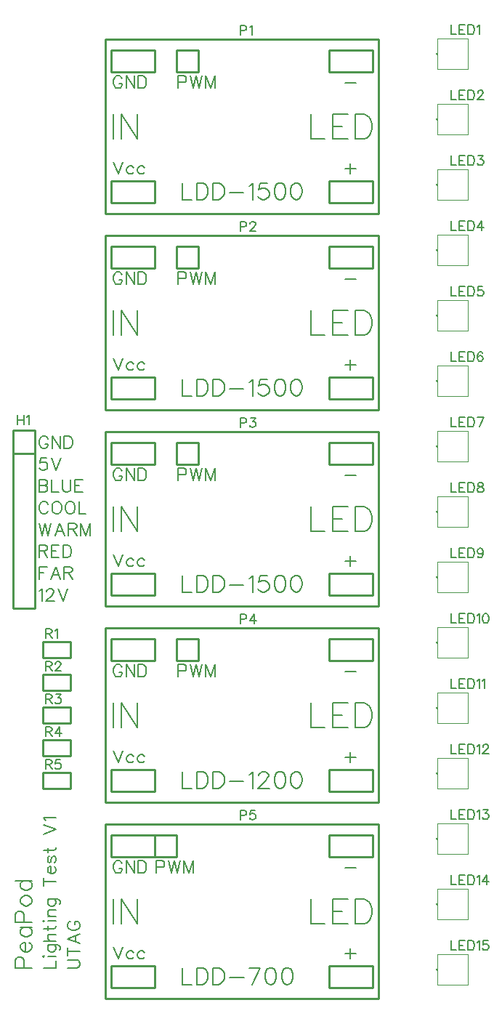
<source format=gto>
G04 Layer: TopSilkLayer*
G04 EasyEDA v6.4.17, 2021-03-30T20:59:40--4:00*
G04 9c89494b3ddf4ec7811cb6ad7e81a00b,7d3a50bdc1ce4050a4f63d2f8b141863,10*
G04 Gerber Generator version 0.2*
G04 Scale: 100 percent, Rotated: No, Reflected: No *
G04 Dimensions in inches *
G04 leading zeros omitted , absolute positions ,3 integer and 6 decimal *
%FSLAX36Y36*%
%MOIN*%

%ADD10C,0.0100*%
%ADD17C,0.0039*%
%ADD18C,0.0080*%
%ADD19C,0.0060*%

%LPD*%
D18*
X-197300Y1880500D02*
G01*
X-224499Y1880500D01*
X-227300Y1855999D01*
X-224499Y1858699D01*
X-216399Y1861500D01*
X-208200Y1861500D01*
X-200000Y1858699D01*
X-194499Y1853299D01*
X-191799Y1845100D01*
X-191799Y1839600D01*
X-194499Y1831500D01*
X-200000Y1825999D01*
X-208200Y1823299D01*
X-216399Y1823299D01*
X-224499Y1825999D01*
X-227300Y1828699D01*
X-230000Y1834200D01*
X-173800Y1880500D02*
G01*
X-151999Y1823299D01*
X-130199Y1880500D02*
G01*
X-151999Y1823299D01*
X-230000Y1269600D02*
G01*
X-224499Y1272399D01*
X-216399Y1280500D01*
X-216399Y1223299D01*
X-195599Y1266900D02*
G01*
X-195599Y1269600D01*
X-192899Y1275100D01*
X-190199Y1277800D01*
X-184699Y1280500D01*
X-173800Y1280500D01*
X-168400Y1277800D01*
X-165599Y1275100D01*
X-162899Y1269600D01*
X-162899Y1264200D01*
X-165599Y1258699D01*
X-171100Y1250500D01*
X-198400Y1223299D01*
X-160199Y1223299D01*
X-142199Y1280500D02*
G01*
X-120399Y1223299D01*
X-98499Y1280500D02*
G01*
X-120399Y1223299D01*
X-230000Y1580500D02*
G01*
X-216399Y1523299D01*
X-202699Y1580500D02*
G01*
X-216399Y1523299D01*
X-202699Y1580500D02*
G01*
X-189099Y1523299D01*
X-175500Y1580500D02*
G01*
X-189099Y1523299D01*
X-135599Y1580500D02*
G01*
X-157500Y1523299D01*
X-135599Y1580500D02*
G01*
X-113800Y1523299D01*
X-149299Y1542399D02*
G01*
X-121999Y1542399D01*
X-95799Y1580500D02*
G01*
X-95799Y1523299D01*
X-95799Y1580500D02*
G01*
X-71300Y1580500D01*
X-63099Y1577800D01*
X-60399Y1575100D01*
X-57600Y1569600D01*
X-57600Y1564200D01*
X-60399Y1558699D01*
X-63099Y1555999D01*
X-71300Y1553299D01*
X-95799Y1553299D01*
X-76700Y1553299D02*
G01*
X-57600Y1523299D01*
X-39600Y1580500D02*
G01*
X-39600Y1523299D01*
X-39600Y1580500D02*
G01*
X-17800Y1523299D01*
X4000Y1580500D02*
G01*
X-17800Y1523299D01*
X4000Y1580500D02*
G01*
X4000Y1523299D01*
X-230000Y1480500D02*
G01*
X-230000Y1423299D01*
X-230000Y1480500D02*
G01*
X-205500Y1480500D01*
X-197300Y1477800D01*
X-194499Y1475100D01*
X-191799Y1469600D01*
X-191799Y1464200D01*
X-194499Y1458699D01*
X-197300Y1455999D01*
X-205500Y1453299D01*
X-230000Y1453299D01*
X-210900Y1453299D02*
G01*
X-191799Y1423299D01*
X-173800Y1480500D02*
G01*
X-173800Y1423299D01*
X-173800Y1480500D02*
G01*
X-138400Y1480500D01*
X-173800Y1453299D02*
G01*
X-151999Y1453299D01*
X-173800Y1423299D02*
G01*
X-138400Y1423299D01*
X-120399Y1480500D02*
G01*
X-120399Y1423299D01*
X-120399Y1480500D02*
G01*
X-101300Y1480500D01*
X-93099Y1477800D01*
X-87600Y1472399D01*
X-84899Y1466900D01*
X-82199Y1458699D01*
X-82199Y1445100D01*
X-84899Y1436900D01*
X-87600Y1431500D01*
X-93099Y1425999D01*
X-101300Y1423299D01*
X-120399Y1423299D01*
X-230000Y1380500D02*
G01*
X-230000Y1323299D01*
X-230000Y1380500D02*
G01*
X-194499Y1380500D01*
X-230000Y1353299D02*
G01*
X-208200Y1353299D01*
X-154699Y1380500D02*
G01*
X-176500Y1323299D01*
X-154699Y1380500D02*
G01*
X-132899Y1323299D01*
X-168400Y1342399D02*
G01*
X-141100Y1342399D01*
X-114899Y1380500D02*
G01*
X-114899Y1323299D01*
X-114899Y1380500D02*
G01*
X-90399Y1380500D01*
X-82199Y1377800D01*
X-79499Y1375100D01*
X-76700Y1369600D01*
X-76700Y1364200D01*
X-79499Y1358699D01*
X-82199Y1355999D01*
X-90399Y1353299D01*
X-114899Y1353299D01*
X-95799Y1353299D02*
G01*
X-76700Y1323299D01*
X-189099Y1666900D02*
G01*
X-191799Y1672399D01*
X-197300Y1677800D01*
X-202699Y1680500D01*
X-213600Y1680500D01*
X-219099Y1677800D01*
X-224499Y1672399D01*
X-227300Y1666900D01*
X-230000Y1658699D01*
X-230000Y1645100D01*
X-227300Y1636900D01*
X-224499Y1631500D01*
X-219099Y1625999D01*
X-213600Y1623299D01*
X-202699Y1623299D01*
X-197300Y1625999D01*
X-191799Y1631500D01*
X-189099Y1636900D01*
X-154699Y1680500D02*
G01*
X-160199Y1677800D01*
X-165599Y1672399D01*
X-168400Y1666900D01*
X-171100Y1658699D01*
X-171100Y1645100D01*
X-168400Y1636900D01*
X-165599Y1631500D01*
X-160199Y1625999D01*
X-154699Y1623299D01*
X-143800Y1623299D01*
X-138400Y1625999D01*
X-132899Y1631500D01*
X-130199Y1636900D01*
X-127500Y1645100D01*
X-127500Y1658699D01*
X-130199Y1666900D01*
X-132899Y1672399D01*
X-138400Y1677800D01*
X-143800Y1680500D01*
X-154699Y1680500D01*
X-93099Y1680500D02*
G01*
X-98499Y1677800D01*
X-104000Y1672399D01*
X-106700Y1666900D01*
X-109499Y1658699D01*
X-109499Y1645100D01*
X-106700Y1636900D01*
X-104000Y1631500D01*
X-98499Y1625999D01*
X-93099Y1623299D01*
X-82199Y1623299D01*
X-76700Y1625999D01*
X-71300Y1631500D01*
X-68499Y1636900D01*
X-65799Y1645100D01*
X-65799Y1658699D01*
X-68499Y1666900D01*
X-71300Y1672399D01*
X-76700Y1677800D01*
X-82199Y1680500D01*
X-93099Y1680500D01*
X-47800Y1680500D02*
G01*
X-47800Y1623299D01*
X-47800Y1623299D02*
G01*
X-15100Y1623299D01*
X-230000Y1780500D02*
G01*
X-230000Y1723299D01*
X-230000Y1780500D02*
G01*
X-205500Y1780500D01*
X-197300Y1777800D01*
X-194499Y1775100D01*
X-191799Y1769600D01*
X-191799Y1764200D01*
X-194499Y1758699D01*
X-197300Y1755999D01*
X-205500Y1753299D01*
X-230000Y1753299D02*
G01*
X-205500Y1753299D01*
X-197300Y1750500D01*
X-194499Y1747800D01*
X-191799Y1742399D01*
X-191799Y1734200D01*
X-194499Y1728699D01*
X-197300Y1725999D01*
X-205500Y1723299D01*
X-230000Y1723299D01*
X-173800Y1780500D02*
G01*
X-173800Y1723299D01*
X-173800Y1723299D02*
G01*
X-141100Y1723299D01*
X-123099Y1780500D02*
G01*
X-123099Y1739600D01*
X-120399Y1731500D01*
X-114899Y1725999D01*
X-106700Y1723299D01*
X-101300Y1723299D01*
X-93099Y1725999D01*
X-87600Y1731500D01*
X-84899Y1739600D01*
X-84899Y1780500D01*
X-66900Y1780500D02*
G01*
X-66900Y1723299D01*
X-66900Y1780500D02*
G01*
X-31500Y1780500D01*
X-66900Y1753299D02*
G01*
X-45100Y1753299D01*
X-66900Y1723299D02*
G01*
X-31500Y1723299D01*
X-189099Y1966900D02*
G01*
X-191799Y1972399D01*
X-197300Y1977800D01*
X-202699Y1980500D01*
X-213600Y1980500D01*
X-219099Y1977800D01*
X-224499Y1972399D01*
X-227300Y1966900D01*
X-230000Y1958699D01*
X-230000Y1945100D01*
X-227300Y1936900D01*
X-224499Y1931500D01*
X-219099Y1925999D01*
X-213600Y1923299D01*
X-202699Y1923299D01*
X-197300Y1925999D01*
X-191799Y1931500D01*
X-189099Y1936900D01*
X-189099Y1945100D01*
X-202699Y1945100D02*
G01*
X-189099Y1945100D01*
X-171100Y1980500D02*
G01*
X-171100Y1923299D01*
X-171100Y1980500D02*
G01*
X-132899Y1923299D01*
X-132899Y1980500D02*
G01*
X-132899Y1923299D01*
X-114899Y1980500D02*
G01*
X-114899Y1923299D01*
X-114899Y1980500D02*
G01*
X-95799Y1980500D01*
X-87600Y1977800D01*
X-82199Y1972399D01*
X-79499Y1966900D01*
X-76700Y1958699D01*
X-76700Y1945100D01*
X-79499Y1936900D01*
X-82199Y1931500D01*
X-87600Y1925999D01*
X-95799Y1923299D01*
X-114899Y1923299D01*
X-340700Y-460000D02*
G01*
X-264400Y-460000D01*
X-340700Y-460000D02*
G01*
X-340700Y-427300D01*
X-337100Y-416399D01*
X-333499Y-412699D01*
X-326199Y-409099D01*
X-315300Y-409099D01*
X-308000Y-412699D01*
X-304400Y-416399D01*
X-300700Y-427300D01*
X-300700Y-460000D01*
X-293499Y-385100D02*
G01*
X-293499Y-341500D01*
X-300700Y-341500D01*
X-308000Y-345100D01*
X-311599Y-348699D01*
X-315300Y-355999D01*
X-315300Y-366900D01*
X-311599Y-374200D01*
X-304400Y-381500D01*
X-293499Y-385100D01*
X-286199Y-385100D01*
X-275300Y-381500D01*
X-268000Y-374200D01*
X-264400Y-366900D01*
X-264400Y-355999D01*
X-268000Y-348699D01*
X-275300Y-341500D01*
X-315300Y-273800D02*
G01*
X-264400Y-273800D01*
X-304400Y-273800D02*
G01*
X-311599Y-281100D01*
X-315300Y-288400D01*
X-315300Y-299299D01*
X-311599Y-306500D01*
X-304400Y-313800D01*
X-293499Y-317500D01*
X-286199Y-317500D01*
X-275300Y-313800D01*
X-268000Y-306500D01*
X-264400Y-299299D01*
X-264400Y-288400D01*
X-268000Y-281100D01*
X-275300Y-273800D01*
X-340700Y-249800D02*
G01*
X-264400Y-249800D01*
X-340700Y-249800D02*
G01*
X-340700Y-217100D01*
X-337100Y-206199D01*
X-333499Y-202500D01*
X-326199Y-198899D01*
X-315300Y-198899D01*
X-308000Y-202500D01*
X-304400Y-206199D01*
X-300700Y-217100D01*
X-300700Y-249800D01*
X-315300Y-156700D02*
G01*
X-311599Y-164000D01*
X-304400Y-171300D01*
X-293499Y-174899D01*
X-286199Y-174899D01*
X-275300Y-171300D01*
X-268000Y-164000D01*
X-264400Y-156700D01*
X-264400Y-145799D01*
X-268000Y-138499D01*
X-275300Y-131300D01*
X-286199Y-127600D01*
X-293499Y-127600D01*
X-304400Y-131300D01*
X-311599Y-138499D01*
X-315300Y-145799D01*
X-315300Y-156700D01*
X-340700Y-60000D02*
G01*
X-264400Y-60000D01*
X-304400Y-60000D02*
G01*
X-311599Y-67300D01*
X-315300Y-74499D01*
X-315300Y-85500D01*
X-311599Y-92699D01*
X-304400Y-100000D01*
X-293499Y-103600D01*
X-286199Y-103600D01*
X-275300Y-100000D01*
X-268000Y-92699D01*
X-264400Y-85500D01*
X-264400Y-74499D01*
X-268000Y-67300D01*
X-275300Y-60000D01*
X-210500Y-460000D02*
G01*
X-153299Y-460000D01*
X-153299Y-460000D02*
G01*
X-153299Y-427300D01*
X-210500Y-409299D02*
G01*
X-207800Y-406500D01*
X-210500Y-403800D01*
X-213299Y-406500D01*
X-210500Y-409299D01*
X-191500Y-406500D02*
G01*
X-153299Y-406500D01*
X-191500Y-353099D02*
G01*
X-147800Y-353099D01*
X-139600Y-355799D01*
X-136900Y-358499D01*
X-134200Y-364000D01*
X-134200Y-372199D01*
X-136900Y-377600D01*
X-183299Y-353099D02*
G01*
X-188699Y-358499D01*
X-191500Y-364000D01*
X-191500Y-372199D01*
X-188699Y-377600D01*
X-183299Y-383099D01*
X-175100Y-385799D01*
X-169600Y-385799D01*
X-161500Y-383099D01*
X-155999Y-377600D01*
X-153299Y-372199D01*
X-153299Y-364000D01*
X-155999Y-358499D01*
X-161500Y-353099D01*
X-210500Y-335100D02*
G01*
X-153299Y-335100D01*
X-180500Y-335100D02*
G01*
X-188699Y-326900D01*
X-191500Y-321500D01*
X-191500Y-313299D01*
X-188699Y-307800D01*
X-180500Y-305100D01*
X-153299Y-305100D01*
X-210500Y-278899D02*
G01*
X-164200Y-278899D01*
X-155999Y-276199D01*
X-153299Y-270700D01*
X-153299Y-265300D01*
X-191500Y-287100D02*
G01*
X-191500Y-268000D01*
X-210500Y-247300D02*
G01*
X-207800Y-244499D01*
X-210500Y-241799D01*
X-213299Y-244499D01*
X-210500Y-247300D01*
X-191500Y-244499D02*
G01*
X-153299Y-244499D01*
X-191500Y-223800D02*
G01*
X-153299Y-223800D01*
X-180500Y-223800D02*
G01*
X-188699Y-215599D01*
X-191500Y-210199D01*
X-191500Y-201999D01*
X-188699Y-196500D01*
X-180500Y-193800D01*
X-153299Y-193800D01*
X-191500Y-143099D02*
G01*
X-147800Y-143099D01*
X-139600Y-145799D01*
X-136900Y-148499D01*
X-134200Y-154000D01*
X-134200Y-162199D01*
X-136900Y-167600D01*
X-183299Y-143099D02*
G01*
X-188699Y-148499D01*
X-191500Y-154000D01*
X-191500Y-162199D01*
X-188699Y-167600D01*
X-183299Y-173099D01*
X-175100Y-175799D01*
X-169600Y-175799D01*
X-161500Y-173099D01*
X-155999Y-167600D01*
X-153299Y-162199D01*
X-153299Y-154000D01*
X-155999Y-148499D01*
X-161500Y-143099D01*
X-210500Y-64000D02*
G01*
X-153299Y-64000D01*
X-210500Y-83099D02*
G01*
X-210500Y-44899D01*
X-175100Y-26900D02*
G01*
X-175100Y5799D01*
X-180500Y5799D01*
X-185999Y3099D01*
X-188699Y399D01*
X-191500Y-5100D01*
X-191500Y-13299D01*
X-188699Y-18699D01*
X-183299Y-24200D01*
X-175100Y-26900D01*
X-169600Y-26900D01*
X-161500Y-24200D01*
X-155999Y-18699D01*
X-153299Y-13299D01*
X-153299Y-5100D01*
X-155999Y399D01*
X-161500Y5799D01*
X-183299Y53800D02*
G01*
X-188699Y51100D01*
X-191500Y42899D01*
X-191500Y34699D01*
X-188699Y26500D01*
X-183299Y23800D01*
X-177800Y26500D01*
X-175100Y31999D01*
X-172399Y45599D01*
X-169600Y51100D01*
X-164200Y53800D01*
X-161500Y53800D01*
X-155999Y51100D01*
X-153299Y42899D01*
X-153299Y34699D01*
X-155999Y26500D01*
X-161500Y23800D01*
X-210500Y80000D02*
G01*
X-164200Y80000D01*
X-155999Y82699D01*
X-153299Y88200D01*
X-153299Y93600D01*
X-191500Y71799D02*
G01*
X-191500Y90900D01*
X-210500Y153600D02*
G01*
X-153299Y175500D01*
X-210500Y197300D02*
G01*
X-153299Y175500D01*
X-199600Y215300D02*
G01*
X-202399Y220700D01*
X-210500Y228899D01*
X-153299Y228899D01*
X-100500Y-460000D02*
G01*
X-59600Y-460000D01*
X-51500Y-457300D01*
X-45999Y-451799D01*
X-43299Y-443600D01*
X-43299Y-438200D01*
X-45999Y-430000D01*
X-51500Y-424499D01*
X-59600Y-421799D01*
X-100500Y-421799D01*
X-100500Y-384699D02*
G01*
X-43299Y-384699D01*
X-100500Y-403800D02*
G01*
X-100500Y-365599D01*
X-100500Y-325799D02*
G01*
X-43299Y-347600D01*
X-100500Y-325799D02*
G01*
X-43299Y-304000D01*
X-62399Y-339499D02*
G01*
X-62399Y-312199D01*
X-86900Y-245100D02*
G01*
X-92399Y-247800D01*
X-97800Y-253299D01*
X-100500Y-258699D01*
X-100500Y-269600D01*
X-97800Y-275100D01*
X-92399Y-280500D01*
X-86900Y-283299D01*
X-78699Y-285999D01*
X-65100Y-285999D01*
X-56900Y-283299D01*
X-51500Y-280500D01*
X-45999Y-275100D01*
X-43299Y-269600D01*
X-43299Y-258699D01*
X-45999Y-253299D01*
X-51500Y-247800D01*
X-56900Y-245100D01*
X-65100Y-245100D01*
X-65100Y-258699D02*
G01*
X-65100Y-245100D01*
D19*
X-200000Y1095399D02*
G01*
X-200000Y1052500D01*
X-200000Y1095399D02*
G01*
X-181599Y1095399D01*
X-175500Y1093400D01*
X-173400Y1091300D01*
X-171399Y1087199D01*
X-171399Y1083099D01*
X-173400Y1079000D01*
X-175500Y1076999D01*
X-181599Y1075000D01*
X-200000Y1075000D01*
X-185700Y1075000D02*
G01*
X-171399Y1052500D01*
X-157899Y1087199D02*
G01*
X-153800Y1089299D01*
X-147600Y1095399D01*
X-147600Y1052500D01*
X-200000Y945399D02*
G01*
X-200000Y902500D01*
X-200000Y945399D02*
G01*
X-181599Y945399D01*
X-175500Y943400D01*
X-173400Y941300D01*
X-171399Y937199D01*
X-171399Y933099D01*
X-173400Y929000D01*
X-175500Y926999D01*
X-181599Y925000D01*
X-200000Y925000D01*
X-185700Y925000D02*
G01*
X-171399Y902500D01*
X-155799Y935199D02*
G01*
X-155799Y937199D01*
X-153800Y941300D01*
X-151700Y943400D01*
X-147600Y945399D01*
X-139499Y945399D01*
X-135399Y943400D01*
X-133299Y941300D01*
X-131300Y937199D01*
X-131300Y933099D01*
X-133299Y929000D01*
X-137399Y922899D01*
X-157899Y902500D01*
X-129200Y902500D01*
X-200000Y795399D02*
G01*
X-200000Y752500D01*
X-200000Y795399D02*
G01*
X-181599Y795399D01*
X-175500Y793400D01*
X-173400Y791300D01*
X-171399Y787199D01*
X-171399Y783099D01*
X-173400Y779000D01*
X-175500Y776999D01*
X-181599Y775000D01*
X-200000Y775000D01*
X-185700Y775000D02*
G01*
X-171399Y752500D01*
X-153800Y795399D02*
G01*
X-131300Y795399D01*
X-143499Y779000D01*
X-137399Y779000D01*
X-133299Y776999D01*
X-131300Y775000D01*
X-129200Y768800D01*
X-129200Y764699D01*
X-131300Y758600D01*
X-135399Y754499D01*
X-141500Y752500D01*
X-147600Y752500D01*
X-153800Y754499D01*
X-155799Y756500D01*
X-157899Y760599D01*
X-200000Y645399D02*
G01*
X-200000Y602500D01*
X-200000Y645399D02*
G01*
X-181599Y645399D01*
X-175500Y643400D01*
X-173400Y641300D01*
X-171399Y637199D01*
X-171399Y633099D01*
X-173400Y629000D01*
X-175500Y626999D01*
X-181599Y625000D01*
X-200000Y625000D01*
X-185700Y625000D02*
G01*
X-171399Y602500D01*
X-137399Y645399D02*
G01*
X-157899Y616799D01*
X-127199Y616799D01*
X-137399Y645399D02*
G01*
X-137399Y602500D01*
X-200000Y495399D02*
G01*
X-200000Y452500D01*
X-200000Y495399D02*
G01*
X-181599Y495399D01*
X-175500Y493400D01*
X-173400Y491300D01*
X-171399Y487199D01*
X-171399Y483099D01*
X-173400Y479000D01*
X-175500Y476999D01*
X-181599Y475000D01*
X-200000Y475000D01*
X-185700Y475000D02*
G01*
X-171399Y452500D01*
X-133299Y495399D02*
G01*
X-153800Y495399D01*
X-155799Y476999D01*
X-153800Y479000D01*
X-147600Y481100D01*
X-141500Y481100D01*
X-135399Y479000D01*
X-131300Y475000D01*
X-129200Y468800D01*
X-129200Y464699D01*
X-131300Y458600D01*
X-135399Y454499D01*
X-141500Y452500D01*
X-147600Y452500D01*
X-153800Y454499D01*
X-155799Y456500D01*
X-157899Y460599D01*
X693150Y1163510D02*
G01*
X693150Y1120610D01*
X693150Y1163510D02*
G01*
X711550Y1163510D01*
X717649Y1161509D01*
X719749Y1159409D01*
X721750Y1155309D01*
X721750Y1149209D01*
X719749Y1145109D01*
X717649Y1143110D01*
X711550Y1141010D01*
X693150Y1141010D01*
X755749Y1163510D02*
G01*
X735250Y1134909D01*
X765950Y1134909D01*
X755749Y1163510D02*
G01*
X755749Y1120610D01*
D18*
X407480Y932040D02*
G01*
X407480Y875641D01*
X407480Y932040D02*
G01*
X431680Y932040D01*
X439679Y929340D01*
X442379Y926640D01*
X445079Y921341D01*
X445079Y913240D01*
X442379Y907840D01*
X439679Y905140D01*
X431680Y902541D01*
X407480Y902541D01*
X462779Y932040D02*
G01*
X476179Y875641D01*
X489580Y932040D02*
G01*
X476179Y875641D01*
X489580Y932040D02*
G01*
X503079Y875641D01*
X516480Y932040D02*
G01*
X503079Y875641D01*
X534180Y932040D02*
G01*
X534180Y875641D01*
X534180Y932040D02*
G01*
X555680Y875641D01*
X577080Y932040D02*
G01*
X555680Y875641D01*
X577080Y932040D02*
G01*
X577080Y875641D01*
X110599Y755428D02*
G01*
X110599Y642629D01*
X146100Y755428D02*
G01*
X146100Y642629D01*
X146100Y755428D02*
G01*
X221199Y642629D01*
X221199Y755428D02*
G01*
X221199Y642629D01*
X110630Y538339D02*
G01*
X132130Y481939D01*
X153530Y538339D02*
G01*
X132130Y481939D01*
X203530Y511439D02*
G01*
X198130Y516840D01*
X192730Y519540D01*
X184729Y519540D01*
X179329Y516840D01*
X174029Y511439D01*
X171329Y503440D01*
X171329Y498040D01*
X174029Y490039D01*
X179329Y484639D01*
X184729Y481939D01*
X192730Y481939D01*
X198130Y484639D01*
X203530Y490039D01*
X253429Y511439D02*
G01*
X248029Y516840D01*
X242730Y519540D01*
X234630Y519540D01*
X229229Y516840D01*
X223930Y511439D01*
X221230Y503440D01*
X221230Y498040D01*
X223930Y490039D01*
X229229Y484639D01*
X234630Y481939D01*
X242730Y481939D01*
X248029Y484639D01*
X253429Y490039D01*
X150929Y918640D02*
G01*
X148229Y923940D01*
X142829Y929340D01*
X137429Y932040D01*
X126729Y932040D01*
X121329Y929340D01*
X116030Y923940D01*
X113330Y918640D01*
X110630Y910540D01*
X110630Y897141D01*
X113330Y889041D01*
X116030Y883741D01*
X121329Y878341D01*
X126729Y875641D01*
X137429Y875641D01*
X142829Y878341D01*
X148229Y883741D01*
X150929Y889041D01*
X150929Y897141D01*
X137429Y897141D02*
G01*
X150929Y897141D01*
X168629Y932040D02*
G01*
X168629Y875641D01*
X168629Y932040D02*
G01*
X206230Y875641D01*
X206230Y932040D02*
G01*
X206230Y875641D01*
X223930Y932040D02*
G01*
X223930Y875641D01*
X223930Y932040D02*
G01*
X242730Y932040D01*
X250729Y929340D01*
X256129Y923940D01*
X258829Y918640D01*
X261529Y910540D01*
X261529Y897141D01*
X258829Y889041D01*
X256129Y883741D01*
X250729Y878341D01*
X242730Y875641D01*
X223930Y875641D01*
X1016109Y755399D02*
G01*
X1016109Y642699D01*
X1016109Y642699D02*
G01*
X1080609Y642699D01*
X1116009Y755399D02*
G01*
X1116009Y642699D01*
X1116009Y755399D02*
G01*
X1185810Y755399D01*
X1116009Y701700D02*
G01*
X1158909Y701700D01*
X1116009Y642699D02*
G01*
X1185810Y642699D01*
X1221210Y755399D02*
G01*
X1221210Y642699D01*
X1221210Y755399D02*
G01*
X1258810Y755399D01*
X1274909Y750000D01*
X1285609Y739299D01*
X1291009Y728600D01*
X1296409Y712500D01*
X1296409Y685599D01*
X1291009Y669499D01*
X1285609Y658800D01*
X1274909Y648000D01*
X1258810Y642699D01*
X1221210Y642699D01*
X1197770Y530300D02*
G01*
X1197770Y481999D01*
X1173670Y506100D02*
G01*
X1221970Y506100D01*
X1173670Y899800D02*
G01*
X1221970Y899800D01*
X425549Y441309D02*
G01*
X425549Y365010D01*
X425549Y365010D02*
G01*
X469250Y365010D01*
X493249Y441309D02*
G01*
X493249Y365010D01*
X493249Y441309D02*
G01*
X518649Y441309D01*
X529549Y437710D01*
X536849Y430410D01*
X540450Y423209D01*
X544149Y412310D01*
X544149Y394110D01*
X540450Y383209D01*
X536849Y375909D01*
X529549Y368609D01*
X518649Y365010D01*
X493249Y365010D01*
X568150Y441309D02*
G01*
X568150Y365010D01*
X568150Y441309D02*
G01*
X593550Y441309D01*
X604450Y437710D01*
X611750Y430410D01*
X615450Y423209D01*
X619050Y412310D01*
X619050Y394110D01*
X615450Y383209D01*
X611750Y375909D01*
X604450Y368609D01*
X593550Y365010D01*
X568150Y365010D01*
X643049Y397710D02*
G01*
X708449Y397710D01*
X732449Y426810D02*
G01*
X739749Y430410D01*
X750650Y441309D01*
X750650Y365010D01*
X778350Y423209D02*
G01*
X778350Y426810D01*
X781949Y434110D01*
X785550Y437710D01*
X792849Y441309D01*
X807449Y441309D01*
X814650Y437710D01*
X818350Y434110D01*
X821949Y426810D01*
X821949Y419510D01*
X818350Y412310D01*
X811049Y401309D01*
X774650Y365010D01*
X825550Y365010D01*
X871450Y441309D02*
G01*
X860450Y437710D01*
X853249Y426810D01*
X849549Y408609D01*
X849549Y397710D01*
X853249Y379510D01*
X860450Y368609D01*
X871450Y365010D01*
X878649Y365010D01*
X889549Y368609D01*
X896850Y379510D01*
X900450Y397710D01*
X900450Y408609D01*
X896850Y426810D01*
X889549Y437710D01*
X878649Y441309D01*
X871450Y441309D01*
X946350Y441309D02*
G01*
X935450Y437710D01*
X928149Y426810D01*
X924449Y408609D01*
X924449Y397710D01*
X928149Y379510D01*
X935450Y368609D01*
X946350Y365010D01*
X953549Y365010D01*
X964449Y368609D01*
X971750Y379510D01*
X975450Y397710D01*
X975450Y408609D01*
X971750Y426810D01*
X964449Y437710D01*
X953549Y441309D01*
X946350Y441309D01*
D19*
X693150Y2063510D02*
G01*
X693150Y2020610D01*
X693150Y2063510D02*
G01*
X711550Y2063510D01*
X717649Y2061509D01*
X719749Y2059409D01*
X721750Y2055309D01*
X721750Y2049209D01*
X719749Y2045109D01*
X717649Y2043110D01*
X711550Y2041010D01*
X693150Y2041010D01*
X739349Y2063510D02*
G01*
X761850Y2063510D01*
X749650Y2047109D01*
X755749Y2047109D01*
X759850Y2045109D01*
X761850Y2043110D01*
X763950Y2036909D01*
X763950Y2032809D01*
X761850Y2026709D01*
X757750Y2022609D01*
X751649Y2020610D01*
X745549Y2020610D01*
X739349Y2022609D01*
X737350Y2024609D01*
X735250Y2028710D01*
D18*
X407480Y1832040D02*
G01*
X407480Y1775641D01*
X407480Y1832040D02*
G01*
X431680Y1832040D01*
X439679Y1829340D01*
X442379Y1826640D01*
X445079Y1821341D01*
X445079Y1813240D01*
X442379Y1807840D01*
X439679Y1805140D01*
X431680Y1802541D01*
X407480Y1802541D01*
X462779Y1832040D02*
G01*
X476179Y1775641D01*
X489580Y1832040D02*
G01*
X476179Y1775641D01*
X489580Y1832040D02*
G01*
X503079Y1775641D01*
X516480Y1832040D02*
G01*
X503079Y1775641D01*
X534180Y1832040D02*
G01*
X534180Y1775641D01*
X534180Y1832040D02*
G01*
X555680Y1775641D01*
X577080Y1832040D02*
G01*
X555680Y1775641D01*
X577080Y1832040D02*
G01*
X577080Y1775641D01*
X110599Y1655428D02*
G01*
X110599Y1542629D01*
X146100Y1655428D02*
G01*
X146100Y1542629D01*
X146100Y1655428D02*
G01*
X221199Y1542629D01*
X221199Y1655428D02*
G01*
X221199Y1542629D01*
X110630Y1438339D02*
G01*
X132130Y1381939D01*
X153530Y1438339D02*
G01*
X132130Y1381939D01*
X203530Y1411439D02*
G01*
X198130Y1416840D01*
X192730Y1419540D01*
X184729Y1419540D01*
X179329Y1416840D01*
X174029Y1411439D01*
X171329Y1403440D01*
X171329Y1398040D01*
X174029Y1390039D01*
X179329Y1384639D01*
X184729Y1381939D01*
X192730Y1381939D01*
X198130Y1384639D01*
X203530Y1390039D01*
X253429Y1411439D02*
G01*
X248029Y1416840D01*
X242730Y1419540D01*
X234630Y1419540D01*
X229229Y1416840D01*
X223930Y1411439D01*
X221230Y1403440D01*
X221230Y1398040D01*
X223930Y1390039D01*
X229229Y1384639D01*
X234630Y1381939D01*
X242730Y1381939D01*
X248029Y1384639D01*
X253429Y1390039D01*
X150929Y1818640D02*
G01*
X148229Y1823940D01*
X142829Y1829340D01*
X137429Y1832040D01*
X126729Y1832040D01*
X121329Y1829340D01*
X116030Y1823940D01*
X113330Y1818640D01*
X110630Y1810540D01*
X110630Y1797141D01*
X113330Y1789041D01*
X116030Y1783741D01*
X121329Y1778341D01*
X126729Y1775641D01*
X137429Y1775641D01*
X142829Y1778341D01*
X148229Y1783741D01*
X150929Y1789041D01*
X150929Y1797141D01*
X137429Y1797141D02*
G01*
X150929Y1797141D01*
X168629Y1832040D02*
G01*
X168629Y1775641D01*
X168629Y1832040D02*
G01*
X206230Y1775641D01*
X206230Y1832040D02*
G01*
X206230Y1775641D01*
X223930Y1832040D02*
G01*
X223930Y1775641D01*
X223930Y1832040D02*
G01*
X242730Y1832040D01*
X250729Y1829340D01*
X256129Y1823940D01*
X258829Y1818640D01*
X261529Y1810540D01*
X261529Y1797141D01*
X258829Y1789041D01*
X256129Y1783741D01*
X250729Y1778341D01*
X242730Y1775641D01*
X223930Y1775641D01*
X1016109Y1655399D02*
G01*
X1016109Y1542699D01*
X1016109Y1542699D02*
G01*
X1080609Y1542699D01*
X1116009Y1655399D02*
G01*
X1116009Y1542699D01*
X1116009Y1655399D02*
G01*
X1185810Y1655399D01*
X1116009Y1601700D02*
G01*
X1158909Y1601700D01*
X1116009Y1542699D02*
G01*
X1185810Y1542699D01*
X1221210Y1655399D02*
G01*
X1221210Y1542699D01*
X1221210Y1655399D02*
G01*
X1258810Y1655399D01*
X1274909Y1650000D01*
X1285609Y1639299D01*
X1291009Y1628600D01*
X1296409Y1612500D01*
X1296409Y1585599D01*
X1291009Y1569499D01*
X1285609Y1558800D01*
X1274909Y1548000D01*
X1258810Y1542699D01*
X1221210Y1542699D01*
X1197770Y1430300D02*
G01*
X1197770Y1381999D01*
X1173670Y1406100D02*
G01*
X1221970Y1406100D01*
X1173670Y1799800D02*
G01*
X1221970Y1799800D01*
X425549Y1341309D02*
G01*
X425549Y1265010D01*
X425549Y1265010D02*
G01*
X469250Y1265010D01*
X493249Y1341309D02*
G01*
X493249Y1265010D01*
X493249Y1341309D02*
G01*
X518649Y1341309D01*
X529549Y1337710D01*
X536849Y1330410D01*
X540450Y1323209D01*
X544149Y1312310D01*
X544149Y1294110D01*
X540450Y1283209D01*
X536849Y1275909D01*
X529549Y1268609D01*
X518649Y1265010D01*
X493249Y1265010D01*
X568150Y1341309D02*
G01*
X568150Y1265010D01*
X568150Y1341309D02*
G01*
X593550Y1341309D01*
X604450Y1337710D01*
X611750Y1330410D01*
X615450Y1323209D01*
X619050Y1312310D01*
X619050Y1294110D01*
X615450Y1283209D01*
X611750Y1275909D01*
X604450Y1268609D01*
X593550Y1265010D01*
X568150Y1265010D01*
X643049Y1297710D02*
G01*
X708449Y1297710D01*
X732449Y1326810D02*
G01*
X739749Y1330410D01*
X750650Y1341309D01*
X750650Y1265010D01*
X818350Y1341309D02*
G01*
X781949Y1341309D01*
X778350Y1308609D01*
X781949Y1312310D01*
X792849Y1315909D01*
X803750Y1315909D01*
X814650Y1312310D01*
X821949Y1305010D01*
X825550Y1294110D01*
X825550Y1286810D01*
X821949Y1275909D01*
X814650Y1268609D01*
X803750Y1265010D01*
X792849Y1265010D01*
X781949Y1268609D01*
X778350Y1272310D01*
X774650Y1279510D01*
X871450Y1341309D02*
G01*
X860450Y1337710D01*
X853249Y1326810D01*
X849549Y1308609D01*
X849549Y1297710D01*
X853249Y1279510D01*
X860450Y1268609D01*
X871450Y1265010D01*
X878649Y1265010D01*
X889549Y1268609D01*
X896850Y1279510D01*
X900450Y1297710D01*
X900450Y1308609D01*
X896850Y1326810D01*
X889549Y1337710D01*
X878649Y1341309D01*
X871450Y1341309D01*
X946350Y1341309D02*
G01*
X935450Y1337710D01*
X928149Y1326810D01*
X924449Y1308609D01*
X924449Y1297710D01*
X928149Y1279510D01*
X935450Y1268609D01*
X946350Y1265010D01*
X953549Y1265010D01*
X964449Y1268609D01*
X971750Y1279510D01*
X975450Y1297710D01*
X975450Y1308609D01*
X971750Y1326810D01*
X964449Y1337710D01*
X953549Y1341309D01*
X946350Y1341309D01*
D19*
X693150Y2963510D02*
G01*
X693150Y2920610D01*
X693150Y2963510D02*
G01*
X711550Y2963510D01*
X717649Y2961509D01*
X719749Y2959409D01*
X721750Y2955309D01*
X721750Y2949209D01*
X719749Y2945109D01*
X717649Y2943110D01*
X711550Y2941010D01*
X693150Y2941010D01*
X737350Y2953310D02*
G01*
X737350Y2955309D01*
X739349Y2959409D01*
X741449Y2961509D01*
X745549Y2963510D01*
X753649Y2963510D01*
X757750Y2961509D01*
X759850Y2959409D01*
X761850Y2955309D01*
X761850Y2951210D01*
X759850Y2947109D01*
X755749Y2941010D01*
X735250Y2920610D01*
X763950Y2920610D01*
D18*
X407480Y2732040D02*
G01*
X407480Y2675641D01*
X407480Y2732040D02*
G01*
X431680Y2732040D01*
X439679Y2729340D01*
X442379Y2726640D01*
X445079Y2721341D01*
X445079Y2713240D01*
X442379Y2707840D01*
X439679Y2705140D01*
X431680Y2702541D01*
X407480Y2702541D01*
X462779Y2732040D02*
G01*
X476179Y2675641D01*
X489580Y2732040D02*
G01*
X476179Y2675641D01*
X489580Y2732040D02*
G01*
X503079Y2675641D01*
X516480Y2732040D02*
G01*
X503079Y2675641D01*
X534180Y2732040D02*
G01*
X534180Y2675641D01*
X534180Y2732040D02*
G01*
X555680Y2675641D01*
X577080Y2732040D02*
G01*
X555680Y2675641D01*
X577080Y2732040D02*
G01*
X577080Y2675641D01*
X110599Y2555428D02*
G01*
X110599Y2442629D01*
X146100Y2555428D02*
G01*
X146100Y2442629D01*
X146100Y2555428D02*
G01*
X221199Y2442629D01*
X221199Y2555428D02*
G01*
X221199Y2442629D01*
X110630Y2338339D02*
G01*
X132130Y2281939D01*
X153530Y2338339D02*
G01*
X132130Y2281939D01*
X203530Y2311439D02*
G01*
X198130Y2316840D01*
X192730Y2319540D01*
X184729Y2319540D01*
X179329Y2316840D01*
X174029Y2311439D01*
X171329Y2303440D01*
X171329Y2298040D01*
X174029Y2290039D01*
X179329Y2284639D01*
X184729Y2281939D01*
X192730Y2281939D01*
X198130Y2284639D01*
X203530Y2290039D01*
X253429Y2311439D02*
G01*
X248029Y2316840D01*
X242730Y2319540D01*
X234630Y2319540D01*
X229229Y2316840D01*
X223930Y2311439D01*
X221230Y2303440D01*
X221230Y2298040D01*
X223930Y2290039D01*
X229229Y2284639D01*
X234630Y2281939D01*
X242730Y2281939D01*
X248029Y2284639D01*
X253429Y2290039D01*
X150929Y2718640D02*
G01*
X148229Y2723941D01*
X142829Y2729340D01*
X137429Y2732040D01*
X126729Y2732040D01*
X121329Y2729340D01*
X116030Y2723941D01*
X113330Y2718640D01*
X110630Y2710540D01*
X110630Y2697141D01*
X113330Y2689041D01*
X116030Y2683741D01*
X121329Y2678341D01*
X126729Y2675641D01*
X137429Y2675641D01*
X142829Y2678341D01*
X148229Y2683741D01*
X150929Y2689041D01*
X150929Y2697141D01*
X137429Y2697141D02*
G01*
X150929Y2697141D01*
X168629Y2732040D02*
G01*
X168629Y2675641D01*
X168629Y2732040D02*
G01*
X206230Y2675641D01*
X206230Y2732040D02*
G01*
X206230Y2675641D01*
X223930Y2732040D02*
G01*
X223930Y2675641D01*
X223930Y2732040D02*
G01*
X242730Y2732040D01*
X250729Y2729340D01*
X256129Y2723941D01*
X258829Y2718640D01*
X261529Y2710540D01*
X261529Y2697141D01*
X258829Y2689041D01*
X256129Y2683741D01*
X250729Y2678341D01*
X242730Y2675641D01*
X223930Y2675641D01*
X1016109Y2555399D02*
G01*
X1016109Y2442700D01*
X1016109Y2442700D02*
G01*
X1080609Y2442700D01*
X1116009Y2555399D02*
G01*
X1116009Y2442700D01*
X1116009Y2555399D02*
G01*
X1185810Y2555399D01*
X1116009Y2501700D02*
G01*
X1158909Y2501700D01*
X1116009Y2442700D02*
G01*
X1185810Y2442700D01*
X1221210Y2555399D02*
G01*
X1221210Y2442700D01*
X1221210Y2555399D02*
G01*
X1258810Y2555399D01*
X1274909Y2550000D01*
X1285609Y2539299D01*
X1291009Y2528600D01*
X1296409Y2512500D01*
X1296409Y2485599D01*
X1291009Y2469499D01*
X1285609Y2458800D01*
X1274909Y2448000D01*
X1258810Y2442700D01*
X1221210Y2442700D01*
X1197770Y2330300D02*
G01*
X1197770Y2281999D01*
X1173670Y2306100D02*
G01*
X1221970Y2306100D01*
X1173670Y2699800D02*
G01*
X1221970Y2699800D01*
X425549Y2241309D02*
G01*
X425549Y2165010D01*
X425549Y2165010D02*
G01*
X469250Y2165010D01*
X493249Y2241309D02*
G01*
X493249Y2165010D01*
X493249Y2241309D02*
G01*
X518649Y2241309D01*
X529549Y2237710D01*
X536849Y2230410D01*
X540450Y2223209D01*
X544149Y2212310D01*
X544149Y2194110D01*
X540450Y2183209D01*
X536849Y2175909D01*
X529549Y2168609D01*
X518649Y2165010D01*
X493249Y2165010D01*
X568150Y2241309D02*
G01*
X568150Y2165010D01*
X568150Y2241309D02*
G01*
X593550Y2241309D01*
X604450Y2237710D01*
X611750Y2230410D01*
X615450Y2223209D01*
X619050Y2212310D01*
X619050Y2194110D01*
X615450Y2183209D01*
X611750Y2175909D01*
X604450Y2168609D01*
X593550Y2165010D01*
X568150Y2165010D01*
X643049Y2197710D02*
G01*
X708449Y2197710D01*
X732449Y2226810D02*
G01*
X739749Y2230410D01*
X750650Y2241309D01*
X750650Y2165010D01*
X818350Y2241309D02*
G01*
X781949Y2241309D01*
X778350Y2208609D01*
X781949Y2212310D01*
X792849Y2215909D01*
X803750Y2215909D01*
X814650Y2212310D01*
X821949Y2205010D01*
X825550Y2194110D01*
X825550Y2186810D01*
X821949Y2175909D01*
X814650Y2168609D01*
X803750Y2165010D01*
X792849Y2165010D01*
X781949Y2168609D01*
X778350Y2172310D01*
X774650Y2179510D01*
X871450Y2241309D02*
G01*
X860450Y2237710D01*
X853249Y2226810D01*
X849549Y2208609D01*
X849549Y2197710D01*
X853249Y2179510D01*
X860450Y2168609D01*
X871450Y2165010D01*
X878649Y2165010D01*
X889549Y2168609D01*
X896850Y2179510D01*
X900450Y2197710D01*
X900450Y2208609D01*
X896850Y2226810D01*
X889549Y2237710D01*
X878649Y2241309D01*
X871450Y2241309D01*
X946350Y2241309D02*
G01*
X935450Y2237710D01*
X928149Y2226810D01*
X924449Y2208609D01*
X924449Y2197710D01*
X928149Y2179510D01*
X935450Y2168609D01*
X946350Y2165010D01*
X953549Y2165010D01*
X964449Y2168609D01*
X971750Y2179510D01*
X975450Y2197710D01*
X975450Y2208609D01*
X971750Y2226810D01*
X964449Y2237710D01*
X953549Y2241309D01*
X946350Y2241309D01*
D19*
X693150Y3863510D02*
G01*
X693150Y3820610D01*
X693150Y3863510D02*
G01*
X711550Y3863510D01*
X717649Y3861509D01*
X719749Y3859409D01*
X721750Y3855309D01*
X721750Y3849209D01*
X719749Y3845109D01*
X717649Y3843110D01*
X711550Y3841010D01*
X693150Y3841010D01*
X735250Y3855309D02*
G01*
X739349Y3857410D01*
X745549Y3863510D01*
X745549Y3820610D01*
D18*
X407480Y3632040D02*
G01*
X407480Y3575641D01*
X407480Y3632040D02*
G01*
X431680Y3632040D01*
X439679Y3629340D01*
X442379Y3626640D01*
X445079Y3621341D01*
X445079Y3613240D01*
X442379Y3607840D01*
X439679Y3605140D01*
X431680Y3602541D01*
X407480Y3602541D01*
X462779Y3632040D02*
G01*
X476179Y3575641D01*
X489580Y3632040D02*
G01*
X476179Y3575641D01*
X489580Y3632040D02*
G01*
X503079Y3575641D01*
X516480Y3632040D02*
G01*
X503079Y3575641D01*
X534180Y3632040D02*
G01*
X534180Y3575641D01*
X534180Y3632040D02*
G01*
X555680Y3575641D01*
X577080Y3632040D02*
G01*
X555680Y3575641D01*
X577080Y3632040D02*
G01*
X577080Y3575641D01*
X110599Y3455428D02*
G01*
X110599Y3342629D01*
X146100Y3455428D02*
G01*
X146100Y3342629D01*
X146100Y3455428D02*
G01*
X221199Y3342629D01*
X221199Y3455428D02*
G01*
X221199Y3342629D01*
X110630Y3238339D02*
G01*
X132130Y3181939D01*
X153530Y3238339D02*
G01*
X132130Y3181939D01*
X203530Y3211439D02*
G01*
X198130Y3216840D01*
X192730Y3219540D01*
X184729Y3219540D01*
X179329Y3216840D01*
X174029Y3211439D01*
X171329Y3203440D01*
X171329Y3198040D01*
X174029Y3190039D01*
X179329Y3184639D01*
X184729Y3181939D01*
X192730Y3181939D01*
X198130Y3184639D01*
X203530Y3190039D01*
X253429Y3211439D02*
G01*
X248029Y3216840D01*
X242730Y3219540D01*
X234630Y3219540D01*
X229229Y3216840D01*
X223930Y3211439D01*
X221230Y3203440D01*
X221230Y3198040D01*
X223930Y3190039D01*
X229229Y3184639D01*
X234630Y3181939D01*
X242730Y3181939D01*
X248029Y3184639D01*
X253429Y3190039D01*
X150929Y3618640D02*
G01*
X148229Y3623941D01*
X142829Y3629340D01*
X137429Y3632040D01*
X126729Y3632040D01*
X121329Y3629340D01*
X116030Y3623941D01*
X113330Y3618640D01*
X110630Y3610540D01*
X110630Y3597141D01*
X113330Y3589041D01*
X116030Y3583741D01*
X121329Y3578341D01*
X126729Y3575641D01*
X137429Y3575641D01*
X142829Y3578341D01*
X148229Y3583741D01*
X150929Y3589041D01*
X150929Y3597141D01*
X137429Y3597141D02*
G01*
X150929Y3597141D01*
X168629Y3632040D02*
G01*
X168629Y3575641D01*
X168629Y3632040D02*
G01*
X206230Y3575641D01*
X206230Y3632040D02*
G01*
X206230Y3575641D01*
X223930Y3632040D02*
G01*
X223930Y3575641D01*
X223930Y3632040D02*
G01*
X242730Y3632040D01*
X250729Y3629340D01*
X256129Y3623941D01*
X258829Y3618640D01*
X261529Y3610540D01*
X261529Y3597141D01*
X258829Y3589041D01*
X256129Y3583741D01*
X250729Y3578341D01*
X242730Y3575641D01*
X223930Y3575641D01*
X1016109Y3455399D02*
G01*
X1016109Y3342700D01*
X1016109Y3342700D02*
G01*
X1080609Y3342700D01*
X1116009Y3455399D02*
G01*
X1116009Y3342700D01*
X1116009Y3455399D02*
G01*
X1185810Y3455399D01*
X1116009Y3401700D02*
G01*
X1158909Y3401700D01*
X1116009Y3342700D02*
G01*
X1185810Y3342700D01*
X1221210Y3455399D02*
G01*
X1221210Y3342700D01*
X1221210Y3455399D02*
G01*
X1258810Y3455399D01*
X1274909Y3450000D01*
X1285609Y3439299D01*
X1291009Y3428600D01*
X1296409Y3412500D01*
X1296409Y3385599D01*
X1291009Y3369499D01*
X1285609Y3358800D01*
X1274909Y3348000D01*
X1258810Y3342700D01*
X1221210Y3342700D01*
X1197770Y3230300D02*
G01*
X1197770Y3181999D01*
X1173670Y3206100D02*
G01*
X1221970Y3206100D01*
X1173670Y3599800D02*
G01*
X1221970Y3599800D01*
X425549Y3141309D02*
G01*
X425549Y3065010D01*
X425549Y3065010D02*
G01*
X469250Y3065010D01*
X493249Y3141309D02*
G01*
X493249Y3065010D01*
X493249Y3141309D02*
G01*
X518649Y3141309D01*
X529549Y3137710D01*
X536849Y3130410D01*
X540450Y3123209D01*
X544149Y3112310D01*
X544149Y3094110D01*
X540450Y3083209D01*
X536849Y3075909D01*
X529549Y3068609D01*
X518649Y3065010D01*
X493249Y3065010D01*
X568150Y3141309D02*
G01*
X568150Y3065010D01*
X568150Y3141309D02*
G01*
X593550Y3141309D01*
X604450Y3137710D01*
X611750Y3130410D01*
X615450Y3123209D01*
X619050Y3112310D01*
X619050Y3094110D01*
X615450Y3083209D01*
X611750Y3075909D01*
X604450Y3068609D01*
X593550Y3065010D01*
X568150Y3065010D01*
X643049Y3097710D02*
G01*
X708449Y3097710D01*
X732449Y3126810D02*
G01*
X739749Y3130410D01*
X750650Y3141309D01*
X750650Y3065010D01*
X818350Y3141309D02*
G01*
X781949Y3141309D01*
X778350Y3108609D01*
X781949Y3112310D01*
X792849Y3115909D01*
X803750Y3115909D01*
X814650Y3112310D01*
X821949Y3105010D01*
X825550Y3094110D01*
X825550Y3086810D01*
X821949Y3075909D01*
X814650Y3068609D01*
X803750Y3065010D01*
X792849Y3065010D01*
X781949Y3068609D01*
X778350Y3072310D01*
X774650Y3079510D01*
X871450Y3141309D02*
G01*
X860450Y3137710D01*
X853249Y3126810D01*
X849549Y3108609D01*
X849549Y3097710D01*
X853249Y3079510D01*
X860450Y3068609D01*
X871450Y3065010D01*
X878649Y3065010D01*
X889549Y3068609D01*
X896850Y3079510D01*
X900450Y3097710D01*
X900450Y3108609D01*
X896850Y3126810D01*
X889549Y3137710D01*
X878649Y3141309D01*
X871450Y3141309D01*
X946350Y3141309D02*
G01*
X935450Y3137710D01*
X928149Y3126810D01*
X924449Y3108609D01*
X924449Y3097710D01*
X928149Y3079510D01*
X935450Y3068609D01*
X946350Y3065010D01*
X953549Y3065010D01*
X964449Y3068609D01*
X971750Y3079510D01*
X975450Y3097710D01*
X975450Y3108609D01*
X971750Y3126810D01*
X964449Y3137710D01*
X953549Y3141309D01*
X946350Y3141309D01*
D19*
X-330000Y2075399D02*
G01*
X-330000Y2032500D01*
X-301399Y2075399D02*
G01*
X-301399Y2032500D01*
X-330000Y2055000D02*
G01*
X-301399Y2055000D01*
X-287899Y2067199D02*
G01*
X-283800Y2069299D01*
X-277600Y2075399D01*
X-277600Y2032500D01*
X693150Y263510D02*
G01*
X693150Y220610D01*
X693150Y263510D02*
G01*
X711550Y263510D01*
X717649Y261509D01*
X719749Y259409D01*
X721750Y255309D01*
X721750Y249209D01*
X719749Y245109D01*
X717649Y243110D01*
X711550Y241010D01*
X693150Y241010D01*
X759850Y263510D02*
G01*
X739349Y263510D01*
X737350Y245109D01*
X739349Y247109D01*
X745549Y249209D01*
X751649Y249209D01*
X757750Y247109D01*
X761850Y243110D01*
X763950Y236909D01*
X763950Y232809D01*
X761850Y226709D01*
X757750Y222609D01*
X751649Y220610D01*
X745549Y220610D01*
X739349Y222609D01*
X737350Y224609D01*
X735250Y228710D01*
D18*
X307480Y32040D02*
G01*
X307480Y-24358D01*
X307480Y32040D02*
G01*
X331680Y32040D01*
X339679Y29340D01*
X342379Y26640D01*
X345079Y21341D01*
X345079Y13240D01*
X342379Y7840D01*
X339679Y5140D01*
X331680Y2541D01*
X307480Y2541D01*
X362779Y32040D02*
G01*
X376179Y-24358D01*
X389580Y32040D02*
G01*
X376179Y-24358D01*
X389580Y32040D02*
G01*
X403079Y-24358D01*
X416480Y32040D02*
G01*
X403079Y-24358D01*
X434180Y32040D02*
G01*
X434180Y-24358D01*
X434180Y32040D02*
G01*
X455680Y-24358D01*
X477080Y32040D02*
G01*
X455680Y-24358D01*
X477080Y32040D02*
G01*
X477080Y-24358D01*
X110599Y-144571D02*
G01*
X110599Y-257370D01*
X146100Y-144571D02*
G01*
X146100Y-257370D01*
X146100Y-144571D02*
G01*
X221199Y-257370D01*
X221199Y-144571D02*
G01*
X221199Y-257370D01*
X110630Y-361660D02*
G01*
X132130Y-418060D01*
X153530Y-361660D02*
G01*
X132130Y-418060D01*
X203530Y-388560D02*
G01*
X198130Y-383159D01*
X192730Y-380459D01*
X184729Y-380459D01*
X179329Y-383159D01*
X174029Y-388560D01*
X171329Y-396559D01*
X171329Y-401959D01*
X174029Y-409960D01*
X179329Y-415360D01*
X184729Y-418060D01*
X192730Y-418060D01*
X198130Y-415360D01*
X203530Y-409960D01*
X253429Y-388560D02*
G01*
X248029Y-383159D01*
X242730Y-380459D01*
X234630Y-380459D01*
X229229Y-383159D01*
X223930Y-388560D01*
X221230Y-396559D01*
X221230Y-401959D01*
X223930Y-409960D01*
X229229Y-415360D01*
X234630Y-418060D01*
X242730Y-418060D01*
X248029Y-415360D01*
X253429Y-409960D01*
X150929Y18640D02*
G01*
X148229Y23940D01*
X142829Y29340D01*
X137429Y32040D01*
X126729Y32040D01*
X121329Y29340D01*
X116030Y23940D01*
X113330Y18640D01*
X110630Y10540D01*
X110630Y-2858D01*
X113330Y-10958D01*
X116030Y-16259D01*
X121329Y-21658D01*
X126729Y-24358D01*
X137429Y-24358D01*
X142829Y-21658D01*
X148229Y-16259D01*
X150929Y-10958D01*
X150929Y-2858D01*
X137429Y-2858D02*
G01*
X150929Y-2858D01*
X168629Y32040D02*
G01*
X168629Y-24358D01*
X168629Y32040D02*
G01*
X206230Y-24358D01*
X206230Y32040D02*
G01*
X206230Y-24358D01*
X223930Y32040D02*
G01*
X223930Y-24358D01*
X223930Y32040D02*
G01*
X242730Y32040D01*
X250729Y29340D01*
X256129Y23940D01*
X258829Y18640D01*
X261529Y10540D01*
X261529Y-2858D01*
X258829Y-10958D01*
X256129Y-16259D01*
X250729Y-21658D01*
X242730Y-24358D01*
X223930Y-24358D01*
X1016109Y-144600D02*
G01*
X1016109Y-257300D01*
X1016109Y-257300D02*
G01*
X1080609Y-257300D01*
X1116009Y-144600D02*
G01*
X1116009Y-257300D01*
X1116009Y-144600D02*
G01*
X1185810Y-144600D01*
X1116009Y-198299D02*
G01*
X1158909Y-198299D01*
X1116009Y-257300D02*
G01*
X1185810Y-257300D01*
X1221210Y-144600D02*
G01*
X1221210Y-257300D01*
X1221210Y-144600D02*
G01*
X1258810Y-144600D01*
X1274909Y-150000D01*
X1285609Y-160700D01*
X1291009Y-171399D01*
X1296409Y-187500D01*
X1296409Y-214400D01*
X1291009Y-230500D01*
X1285609Y-241199D01*
X1274909Y-251999D01*
X1258810Y-257300D01*
X1221210Y-257300D01*
X1197770Y-369699D02*
G01*
X1197770Y-418000D01*
X1173670Y-393899D02*
G01*
X1221970Y-393899D01*
X1173670Y-199D02*
G01*
X1221970Y-199D01*
X425549Y-458690D02*
G01*
X425549Y-534989D01*
X425549Y-534989D02*
G01*
X469250Y-534989D01*
X493249Y-458690D02*
G01*
X493249Y-534989D01*
X493249Y-458690D02*
G01*
X518649Y-458690D01*
X529549Y-462289D01*
X536849Y-469589D01*
X540549Y-476790D01*
X544149Y-487689D01*
X544149Y-505889D01*
X540549Y-516790D01*
X536849Y-524090D01*
X529549Y-531390D01*
X518649Y-534989D01*
X493249Y-534989D01*
X568150Y-458690D02*
G01*
X568150Y-534989D01*
X568150Y-458690D02*
G01*
X593550Y-458690D01*
X604549Y-462289D01*
X611750Y-469589D01*
X615450Y-476790D01*
X619050Y-487689D01*
X619050Y-505889D01*
X615450Y-516790D01*
X611750Y-524090D01*
X604549Y-531390D01*
X593550Y-534989D01*
X568150Y-534989D01*
X643049Y-502289D02*
G01*
X708550Y-502289D01*
X783450Y-458690D02*
G01*
X747049Y-534989D01*
X732550Y-458690D02*
G01*
X783450Y-458690D01*
X829250Y-458690D02*
G01*
X818350Y-462289D01*
X811049Y-473189D01*
X807449Y-491390D01*
X807449Y-502289D01*
X811049Y-520489D01*
X818350Y-531390D01*
X829250Y-534989D01*
X836549Y-534989D01*
X847449Y-531390D01*
X854650Y-520489D01*
X858350Y-502289D01*
X858350Y-491390D01*
X854650Y-473189D01*
X847449Y-462289D01*
X836549Y-458690D01*
X829250Y-458690D01*
X904149Y-458690D02*
G01*
X893249Y-462289D01*
X885950Y-473189D01*
X882349Y-491390D01*
X882349Y-502289D01*
X885950Y-520489D01*
X893249Y-531390D01*
X904149Y-534989D01*
X911450Y-534989D01*
X922349Y-531390D01*
X929549Y-520489D01*
X933249Y-502289D01*
X933249Y-491390D01*
X929549Y-473189D01*
X922349Y-462289D01*
X911450Y-458690D01*
X904149Y-458690D01*
D19*
X1660000Y3865399D02*
G01*
X1660000Y3822500D01*
X1660000Y3822500D02*
G01*
X1684499Y3822500D01*
X1698000Y3865399D02*
G01*
X1698000Y3822500D01*
X1698000Y3865399D02*
G01*
X1724600Y3865399D01*
X1698000Y3845000D02*
G01*
X1714399Y3845000D01*
X1698000Y3822500D02*
G01*
X1724600Y3822500D01*
X1738100Y3865399D02*
G01*
X1738100Y3822500D01*
X1738100Y3865399D02*
G01*
X1752500Y3865399D01*
X1758599Y3863400D01*
X1762700Y3859299D01*
X1764700Y3855200D01*
X1766800Y3849000D01*
X1766800Y3838800D01*
X1764700Y3832700D01*
X1762700Y3828600D01*
X1758599Y3824499D01*
X1752500Y3822500D01*
X1738100Y3822500D01*
X1780299Y3857199D02*
G01*
X1784399Y3859299D01*
X1790500Y3865399D01*
X1790500Y3822500D01*
X1660000Y3565399D02*
G01*
X1660000Y3522500D01*
X1660000Y3522500D02*
G01*
X1684499Y3522500D01*
X1698000Y3565399D02*
G01*
X1698000Y3522500D01*
X1698000Y3565399D02*
G01*
X1724600Y3565399D01*
X1698000Y3545000D02*
G01*
X1714399Y3545000D01*
X1698000Y3522500D02*
G01*
X1724600Y3522500D01*
X1738100Y3565399D02*
G01*
X1738100Y3522500D01*
X1738100Y3565399D02*
G01*
X1752500Y3565399D01*
X1758599Y3563400D01*
X1762700Y3559299D01*
X1764700Y3555200D01*
X1766800Y3549000D01*
X1766800Y3538800D01*
X1764700Y3532700D01*
X1762700Y3528600D01*
X1758599Y3524499D01*
X1752500Y3522500D01*
X1738100Y3522500D01*
X1782299Y3555200D02*
G01*
X1782299Y3557199D01*
X1784399Y3561300D01*
X1786400Y3563400D01*
X1790500Y3565399D01*
X1798699Y3565399D01*
X1802799Y3563400D01*
X1804799Y3561300D01*
X1806899Y3557199D01*
X1806899Y3553099D01*
X1804799Y3549000D01*
X1800699Y3542899D01*
X1780299Y3522500D01*
X1808900Y3522500D01*
X1660000Y3265399D02*
G01*
X1660000Y3222500D01*
X1660000Y3222500D02*
G01*
X1684499Y3222500D01*
X1698000Y3265399D02*
G01*
X1698000Y3222500D01*
X1698000Y3265399D02*
G01*
X1724600Y3265399D01*
X1698000Y3245000D02*
G01*
X1714399Y3245000D01*
X1698000Y3222500D02*
G01*
X1724600Y3222500D01*
X1738100Y3265399D02*
G01*
X1738100Y3222500D01*
X1738100Y3265399D02*
G01*
X1752500Y3265399D01*
X1758599Y3263400D01*
X1762700Y3259299D01*
X1764700Y3255200D01*
X1766800Y3249000D01*
X1766800Y3238800D01*
X1764700Y3232700D01*
X1762700Y3228600D01*
X1758599Y3224499D01*
X1752500Y3222500D01*
X1738100Y3222500D01*
X1784399Y3265399D02*
G01*
X1806899Y3265399D01*
X1794600Y3249000D01*
X1800699Y3249000D01*
X1804799Y3246999D01*
X1806899Y3245000D01*
X1808900Y3238800D01*
X1808900Y3234699D01*
X1806899Y3228600D01*
X1802799Y3224499D01*
X1796599Y3222500D01*
X1790500Y3222500D01*
X1784399Y3224499D01*
X1782299Y3226500D01*
X1780299Y3230599D01*
X1660000Y2965399D02*
G01*
X1660000Y2922500D01*
X1660000Y2922500D02*
G01*
X1684499Y2922500D01*
X1698000Y2965399D02*
G01*
X1698000Y2922500D01*
X1698000Y2965399D02*
G01*
X1724600Y2965399D01*
X1698000Y2945000D02*
G01*
X1714399Y2945000D01*
X1698000Y2922500D02*
G01*
X1724600Y2922500D01*
X1738100Y2965399D02*
G01*
X1738100Y2922500D01*
X1738100Y2965399D02*
G01*
X1752500Y2965399D01*
X1758599Y2963400D01*
X1762700Y2959299D01*
X1764700Y2955200D01*
X1766800Y2949000D01*
X1766800Y2938800D01*
X1764700Y2932700D01*
X1762700Y2928600D01*
X1758599Y2924499D01*
X1752500Y2922500D01*
X1738100Y2922500D01*
X1800699Y2965399D02*
G01*
X1780299Y2936799D01*
X1811000Y2936799D01*
X1800699Y2965399D02*
G01*
X1800699Y2922500D01*
X1660000Y2665399D02*
G01*
X1660000Y2622500D01*
X1660000Y2622500D02*
G01*
X1684499Y2622500D01*
X1698000Y2665399D02*
G01*
X1698000Y2622500D01*
X1698000Y2665399D02*
G01*
X1724600Y2665399D01*
X1698000Y2645000D02*
G01*
X1714399Y2645000D01*
X1698000Y2622500D02*
G01*
X1724600Y2622500D01*
X1738100Y2665399D02*
G01*
X1738100Y2622500D01*
X1738100Y2665399D02*
G01*
X1752500Y2665399D01*
X1758599Y2663400D01*
X1762700Y2659299D01*
X1764700Y2655200D01*
X1766800Y2649000D01*
X1766800Y2638800D01*
X1764700Y2632700D01*
X1762700Y2628600D01*
X1758599Y2624499D01*
X1752500Y2622500D01*
X1738100Y2622500D01*
X1804799Y2665399D02*
G01*
X1784399Y2665399D01*
X1782299Y2646999D01*
X1784399Y2649000D01*
X1790500Y2651100D01*
X1796599Y2651100D01*
X1802799Y2649000D01*
X1806899Y2645000D01*
X1808900Y2638800D01*
X1808900Y2634699D01*
X1806899Y2628600D01*
X1802799Y2624499D01*
X1796599Y2622500D01*
X1790500Y2622500D01*
X1784399Y2624499D01*
X1782299Y2626500D01*
X1780299Y2630599D01*
X1660000Y2365399D02*
G01*
X1660000Y2322500D01*
X1660000Y2322500D02*
G01*
X1684499Y2322500D01*
X1698000Y2365399D02*
G01*
X1698000Y2322500D01*
X1698000Y2365399D02*
G01*
X1724600Y2365399D01*
X1698000Y2345000D02*
G01*
X1714399Y2345000D01*
X1698000Y2322500D02*
G01*
X1724600Y2322500D01*
X1738100Y2365399D02*
G01*
X1738100Y2322500D01*
X1738100Y2365399D02*
G01*
X1752500Y2365399D01*
X1758599Y2363400D01*
X1762700Y2359299D01*
X1764700Y2355200D01*
X1766800Y2349000D01*
X1766800Y2338800D01*
X1764700Y2332700D01*
X1762700Y2328600D01*
X1758599Y2324499D01*
X1752500Y2322500D01*
X1738100Y2322500D01*
X1804799Y2359299D02*
G01*
X1802799Y2363400D01*
X1796599Y2365399D01*
X1792500Y2365399D01*
X1786400Y2363400D01*
X1782299Y2357199D01*
X1780299Y2346999D01*
X1780299Y2336799D01*
X1782299Y2328600D01*
X1786400Y2324499D01*
X1792500Y2322500D01*
X1794600Y2322500D01*
X1800699Y2324499D01*
X1804799Y2328600D01*
X1806899Y2334699D01*
X1806899Y2336799D01*
X1804799Y2342899D01*
X1800699Y2346999D01*
X1794600Y2349000D01*
X1792500Y2349000D01*
X1786400Y2346999D01*
X1782299Y2342899D01*
X1780299Y2336799D01*
X1660000Y2065399D02*
G01*
X1660000Y2022500D01*
X1660000Y2022500D02*
G01*
X1684499Y2022500D01*
X1698000Y2065399D02*
G01*
X1698000Y2022500D01*
X1698000Y2065399D02*
G01*
X1724600Y2065399D01*
X1698000Y2045000D02*
G01*
X1714399Y2045000D01*
X1698000Y2022500D02*
G01*
X1724600Y2022500D01*
X1738100Y2065399D02*
G01*
X1738100Y2022500D01*
X1738100Y2065399D02*
G01*
X1752500Y2065399D01*
X1758599Y2063400D01*
X1762700Y2059299D01*
X1764700Y2055199D01*
X1766800Y2049000D01*
X1766800Y2038800D01*
X1764700Y2032699D01*
X1762700Y2028600D01*
X1758599Y2024499D01*
X1752500Y2022500D01*
X1738100Y2022500D01*
X1808900Y2065399D02*
G01*
X1788500Y2022500D01*
X1780299Y2065399D02*
G01*
X1808900Y2065399D01*
X1660000Y1765399D02*
G01*
X1660000Y1722500D01*
X1660000Y1722500D02*
G01*
X1684499Y1722500D01*
X1698000Y1765399D02*
G01*
X1698000Y1722500D01*
X1698000Y1765399D02*
G01*
X1724600Y1765399D01*
X1698000Y1745000D02*
G01*
X1714399Y1745000D01*
X1698000Y1722500D02*
G01*
X1724600Y1722500D01*
X1738100Y1765399D02*
G01*
X1738100Y1722500D01*
X1738100Y1765399D02*
G01*
X1752500Y1765399D01*
X1758599Y1763400D01*
X1762700Y1759299D01*
X1764700Y1755199D01*
X1766800Y1749000D01*
X1766800Y1738800D01*
X1764700Y1732699D01*
X1762700Y1728600D01*
X1758599Y1724499D01*
X1752500Y1722500D01*
X1738100Y1722500D01*
X1790500Y1765399D02*
G01*
X1784399Y1763400D01*
X1782299Y1759299D01*
X1782299Y1755199D01*
X1784399Y1751100D01*
X1788500Y1749000D01*
X1796599Y1746999D01*
X1802799Y1745000D01*
X1806899Y1740900D01*
X1808900Y1736799D01*
X1808900Y1730599D01*
X1806899Y1726500D01*
X1804799Y1724499D01*
X1798699Y1722500D01*
X1790500Y1722500D01*
X1784399Y1724499D01*
X1782299Y1726500D01*
X1780299Y1730599D01*
X1780299Y1736799D01*
X1782299Y1740900D01*
X1786400Y1745000D01*
X1792500Y1746999D01*
X1800699Y1749000D01*
X1804799Y1751100D01*
X1806899Y1755199D01*
X1806899Y1759299D01*
X1804799Y1763400D01*
X1798699Y1765399D01*
X1790500Y1765399D01*
X1660000Y1465399D02*
G01*
X1660000Y1422500D01*
X1660000Y1422500D02*
G01*
X1684499Y1422500D01*
X1698000Y1465399D02*
G01*
X1698000Y1422500D01*
X1698000Y1465399D02*
G01*
X1724600Y1465399D01*
X1698000Y1445000D02*
G01*
X1714399Y1445000D01*
X1698000Y1422500D02*
G01*
X1724600Y1422500D01*
X1738100Y1465399D02*
G01*
X1738100Y1422500D01*
X1738100Y1465399D02*
G01*
X1752500Y1465399D01*
X1758599Y1463400D01*
X1762700Y1459299D01*
X1764700Y1455199D01*
X1766800Y1449000D01*
X1766800Y1438800D01*
X1764700Y1432699D01*
X1762700Y1428600D01*
X1758599Y1424499D01*
X1752500Y1422500D01*
X1738100Y1422500D01*
X1806899Y1451100D02*
G01*
X1804799Y1445000D01*
X1800699Y1440900D01*
X1794600Y1438800D01*
X1792500Y1438800D01*
X1786400Y1440900D01*
X1782299Y1445000D01*
X1780299Y1451100D01*
X1780299Y1453099D01*
X1782299Y1459299D01*
X1786400Y1463400D01*
X1792500Y1465399D01*
X1794600Y1465399D01*
X1800699Y1463400D01*
X1804799Y1459299D01*
X1806899Y1451100D01*
X1806899Y1440900D01*
X1804799Y1430599D01*
X1800699Y1424499D01*
X1794600Y1422500D01*
X1790500Y1422500D01*
X1784399Y1424499D01*
X1782299Y1428600D01*
X1660000Y1165399D02*
G01*
X1660000Y1122500D01*
X1660000Y1122500D02*
G01*
X1684499Y1122500D01*
X1698000Y1165399D02*
G01*
X1698000Y1122500D01*
X1698000Y1165399D02*
G01*
X1724600Y1165399D01*
X1698000Y1145000D02*
G01*
X1714399Y1145000D01*
X1698000Y1122500D02*
G01*
X1724600Y1122500D01*
X1738100Y1165399D02*
G01*
X1738100Y1122500D01*
X1738100Y1165399D02*
G01*
X1752500Y1165399D01*
X1758599Y1163400D01*
X1762700Y1159299D01*
X1764700Y1155199D01*
X1766800Y1149000D01*
X1766800Y1138800D01*
X1764700Y1132699D01*
X1762700Y1128600D01*
X1758599Y1124499D01*
X1752500Y1122500D01*
X1738100Y1122500D01*
X1780299Y1157199D02*
G01*
X1784399Y1159299D01*
X1790500Y1165399D01*
X1790500Y1122500D01*
X1816300Y1165399D02*
G01*
X1810100Y1163400D01*
X1806000Y1157199D01*
X1803999Y1146999D01*
X1803999Y1140900D01*
X1806000Y1130599D01*
X1810100Y1124499D01*
X1816300Y1122500D01*
X1820399Y1122500D01*
X1826499Y1124499D01*
X1830600Y1130599D01*
X1832600Y1140900D01*
X1832600Y1146999D01*
X1830600Y1157199D01*
X1826499Y1163400D01*
X1820399Y1165399D01*
X1816300Y1165399D01*
X1660000Y865399D02*
G01*
X1660000Y822500D01*
X1660000Y822500D02*
G01*
X1684499Y822500D01*
X1698000Y865399D02*
G01*
X1698000Y822500D01*
X1698000Y865399D02*
G01*
X1724600Y865399D01*
X1698000Y845000D02*
G01*
X1714399Y845000D01*
X1698000Y822500D02*
G01*
X1724600Y822500D01*
X1738100Y865399D02*
G01*
X1738100Y822500D01*
X1738100Y865399D02*
G01*
X1752500Y865399D01*
X1758599Y863400D01*
X1762700Y859299D01*
X1764700Y855199D01*
X1766800Y849000D01*
X1766800Y838800D01*
X1764700Y832699D01*
X1762700Y828600D01*
X1758599Y824499D01*
X1752500Y822500D01*
X1738100Y822500D01*
X1780299Y857199D02*
G01*
X1784399Y859299D01*
X1790500Y865399D01*
X1790500Y822500D01*
X1803999Y857199D02*
G01*
X1808100Y859299D01*
X1814200Y865399D01*
X1814200Y822500D01*
X1660000Y565399D02*
G01*
X1660000Y522500D01*
X1660000Y522500D02*
G01*
X1684499Y522500D01*
X1698000Y565399D02*
G01*
X1698000Y522500D01*
X1698000Y565399D02*
G01*
X1724600Y565399D01*
X1698000Y545000D02*
G01*
X1714399Y545000D01*
X1698000Y522500D02*
G01*
X1724600Y522500D01*
X1738100Y565399D02*
G01*
X1738100Y522500D01*
X1738100Y565399D02*
G01*
X1752500Y565399D01*
X1758599Y563400D01*
X1762700Y559299D01*
X1764700Y555199D01*
X1766800Y549000D01*
X1766800Y538800D01*
X1764700Y532699D01*
X1762700Y528600D01*
X1758599Y524499D01*
X1752500Y522500D01*
X1738100Y522500D01*
X1780299Y557199D02*
G01*
X1784399Y559299D01*
X1790500Y565399D01*
X1790500Y522500D01*
X1806000Y555199D02*
G01*
X1806000Y557199D01*
X1808100Y561300D01*
X1810100Y563400D01*
X1814200Y565399D01*
X1822399Y565399D01*
X1826499Y563400D01*
X1828500Y561300D01*
X1830600Y557199D01*
X1830600Y553099D01*
X1828500Y549000D01*
X1824499Y542899D01*
X1803999Y522500D01*
X1832600Y522500D01*
X1660000Y265399D02*
G01*
X1660000Y222500D01*
X1660000Y222500D02*
G01*
X1684499Y222500D01*
X1698000Y265399D02*
G01*
X1698000Y222500D01*
X1698000Y265399D02*
G01*
X1724600Y265399D01*
X1698000Y245000D02*
G01*
X1714399Y245000D01*
X1698000Y222500D02*
G01*
X1724600Y222500D01*
X1738100Y265399D02*
G01*
X1738100Y222500D01*
X1738100Y265399D02*
G01*
X1752500Y265399D01*
X1758599Y263400D01*
X1762700Y259299D01*
X1764700Y255199D01*
X1766800Y249000D01*
X1766800Y238800D01*
X1764700Y232699D01*
X1762700Y228600D01*
X1758599Y224499D01*
X1752500Y222500D01*
X1738100Y222500D01*
X1780299Y257199D02*
G01*
X1784399Y259299D01*
X1790500Y265399D01*
X1790500Y222500D01*
X1808100Y265399D02*
G01*
X1830600Y265399D01*
X1818299Y249000D01*
X1824499Y249000D01*
X1828500Y246999D01*
X1830600Y245000D01*
X1832600Y238800D01*
X1832600Y234699D01*
X1830600Y228600D01*
X1826499Y224499D01*
X1820399Y222500D01*
X1814200Y222500D01*
X1808100Y224499D01*
X1806000Y226500D01*
X1803999Y230599D01*
X1660000Y-34600D02*
G01*
X1660000Y-77500D01*
X1660000Y-77500D02*
G01*
X1684499Y-77500D01*
X1698000Y-34600D02*
G01*
X1698000Y-77500D01*
X1698000Y-34600D02*
G01*
X1724600Y-34600D01*
X1698000Y-55000D02*
G01*
X1714399Y-55000D01*
X1698000Y-77500D02*
G01*
X1724600Y-77500D01*
X1738100Y-34600D02*
G01*
X1738100Y-77500D01*
X1738100Y-34600D02*
G01*
X1752500Y-34600D01*
X1758599Y-36599D01*
X1762700Y-40700D01*
X1764700Y-44800D01*
X1766800Y-50999D01*
X1766800Y-61199D01*
X1764700Y-67300D01*
X1762700Y-71399D01*
X1758599Y-75500D01*
X1752500Y-77500D01*
X1738100Y-77500D01*
X1780299Y-42800D02*
G01*
X1784399Y-40700D01*
X1790500Y-34600D01*
X1790500Y-77500D01*
X1824499Y-34600D02*
G01*
X1803999Y-63200D01*
X1834700Y-63200D01*
X1824499Y-34600D02*
G01*
X1824499Y-77500D01*
X1660000Y-334600D02*
G01*
X1660000Y-377500D01*
X1660000Y-377500D02*
G01*
X1684499Y-377500D01*
X1698000Y-334600D02*
G01*
X1698000Y-377500D01*
X1698000Y-334600D02*
G01*
X1724600Y-334600D01*
X1698000Y-355000D02*
G01*
X1714399Y-355000D01*
X1698000Y-377500D02*
G01*
X1724600Y-377500D01*
X1738100Y-334600D02*
G01*
X1738100Y-377500D01*
X1738100Y-334600D02*
G01*
X1752500Y-334600D01*
X1758599Y-336599D01*
X1762700Y-340700D01*
X1764700Y-344800D01*
X1766800Y-350999D01*
X1766800Y-361199D01*
X1764700Y-367300D01*
X1762700Y-371399D01*
X1758599Y-375500D01*
X1752500Y-377500D01*
X1738100Y-377500D01*
X1780299Y-342800D02*
G01*
X1784399Y-340700D01*
X1790500Y-334600D01*
X1790500Y-377500D01*
X1828500Y-334600D02*
G01*
X1808100Y-334600D01*
X1806000Y-353000D01*
X1808100Y-350999D01*
X1814200Y-348899D01*
X1820399Y-348899D01*
X1826499Y-350999D01*
X1830600Y-355000D01*
X1832600Y-361199D01*
X1832600Y-365300D01*
X1830600Y-371399D01*
X1826499Y-375500D01*
X1820399Y-377500D01*
X1814200Y-377500D01*
X1808100Y-375500D01*
X1806000Y-373499D01*
X1803999Y-369400D01*
D10*
X-212993Y1035432D02*
G01*
X-87006Y1035432D01*
X-87006Y1035432D02*
G01*
X-87006Y964567D01*
X-87006Y964567D02*
G01*
X-212993Y964567D01*
X-212993Y964567D02*
G01*
X-212993Y1035432D01*
X-212993Y885432D02*
G01*
X-87006Y885432D01*
X-87006Y885432D02*
G01*
X-87006Y814567D01*
X-87006Y814567D02*
G01*
X-212993Y814567D01*
X-212993Y814567D02*
G01*
X-212993Y885432D01*
X-212993Y735432D02*
G01*
X-87006Y735432D01*
X-87006Y735432D02*
G01*
X-87006Y664567D01*
X-87006Y664567D02*
G01*
X-212993Y664567D01*
X-212993Y664567D02*
G01*
X-212993Y735432D01*
X-212993Y585432D02*
G01*
X-87006Y585432D01*
X-87006Y585432D02*
G01*
X-87006Y514567D01*
X-87006Y514567D02*
G01*
X-212993Y514567D01*
X-212993Y514567D02*
G01*
X-212993Y585432D01*
X-212993Y435432D02*
G01*
X-87006Y435432D01*
X-87006Y435432D02*
G01*
X-87006Y364567D01*
X-87006Y364567D02*
G01*
X-212993Y364567D01*
X-212993Y364567D02*
G01*
X-212993Y435432D01*
X100000Y450000D02*
G01*
X300000Y450000D01*
X300000Y350000D01*
X100000Y350000D01*
X100000Y450000D01*
X100000Y1050000D02*
G01*
X300000Y1050000D01*
X300000Y950000D01*
X100000Y950000D01*
X100000Y1050000D01*
X400000Y1050000D02*
G01*
X500000Y1050000D01*
X500000Y950000D01*
X400000Y950000D01*
X400000Y1050000D01*
X1100000Y1050000D02*
G01*
X1300000Y1050000D01*
X1300000Y950000D01*
X1100000Y950000D01*
X1100000Y1050000D01*
X1100000Y450000D02*
G01*
X1300000Y450000D01*
X1300000Y350000D01*
X1100000Y350000D01*
X1100000Y450000D01*
X74020Y1099609D02*
G01*
X1325990Y1099609D01*
X1325990Y300399D01*
X74020Y300399D01*
X74020Y1099609D01*
X100000Y1350000D02*
G01*
X300000Y1350000D01*
X300000Y1250000D01*
X100000Y1250000D01*
X100000Y1350000D01*
X100000Y1950000D02*
G01*
X300000Y1950000D01*
X300000Y1850000D01*
X100000Y1850000D01*
X100000Y1950000D01*
X400000Y1950000D02*
G01*
X500000Y1950000D01*
X500000Y1850000D01*
X400000Y1850000D01*
X400000Y1950000D01*
X1100000Y1950000D02*
G01*
X1300000Y1950000D01*
X1300000Y1850000D01*
X1100000Y1850000D01*
X1100000Y1950000D01*
X1100000Y1350000D02*
G01*
X1300000Y1350000D01*
X1300000Y1250000D01*
X1100000Y1250000D01*
X1100000Y1350000D01*
X74020Y1999609D02*
G01*
X1325990Y1999609D01*
X1325990Y1200399D01*
X74020Y1200399D01*
X74020Y1999609D01*
X100000Y2250000D02*
G01*
X300000Y2250000D01*
X300000Y2150000D01*
X100000Y2150000D01*
X100000Y2250000D01*
X100000Y2850000D02*
G01*
X300000Y2850000D01*
X300000Y2750000D01*
X100000Y2750000D01*
X100000Y2850000D01*
X400000Y2850000D02*
G01*
X500000Y2850000D01*
X500000Y2750000D01*
X400000Y2750000D01*
X400000Y2850000D01*
X1100000Y2850000D02*
G01*
X1300000Y2850000D01*
X1300000Y2750000D01*
X1100000Y2750000D01*
X1100000Y2850000D01*
X1100000Y2250000D02*
G01*
X1300000Y2250000D01*
X1300000Y2150000D01*
X1100000Y2150000D01*
X1100000Y2250000D01*
X74020Y2899609D02*
G01*
X1325990Y2899609D01*
X1325990Y2100399D01*
X74020Y2100399D01*
X74020Y2899609D01*
X100000Y3150000D02*
G01*
X300000Y3150000D01*
X300000Y3050000D01*
X100000Y3050000D01*
X100000Y3150000D01*
X100000Y3750000D02*
G01*
X300000Y3750000D01*
X300000Y3650000D01*
X100000Y3650000D01*
X100000Y3750000D01*
X400000Y3750000D02*
G01*
X500000Y3750000D01*
X500000Y3650000D01*
X400000Y3650000D01*
X400000Y3750000D01*
X1100000Y3750000D02*
G01*
X1300000Y3750000D01*
X1300000Y3650000D01*
X1100000Y3650000D01*
X1100000Y3750000D01*
X1100000Y3150000D02*
G01*
X1300000Y3150000D01*
X1300000Y3050000D01*
X1100000Y3050000D01*
X1100000Y3150000D01*
X74020Y3799609D02*
G01*
X1325990Y3799609D01*
X1325990Y3000399D01*
X74020Y3000399D01*
X74020Y3799609D01*
X-250000Y1191732D02*
G01*
X-350000Y1191732D01*
X-350000Y2008267D02*
G01*
X-350000Y1191732D01*
X-250000Y2008267D02*
G01*
X-250000Y1191732D01*
X-250000Y1899074D02*
G01*
X-350000Y1899074D01*
X-250000Y2008267D02*
G01*
X-350000Y2008267D01*
X100000Y-450000D02*
G01*
X300000Y-450000D01*
X300000Y-550000D01*
X100000Y-550000D01*
X100000Y-450000D01*
X100000Y150000D02*
G01*
X300000Y150000D01*
X300000Y50000D01*
X100000Y50000D01*
X100000Y150000D01*
X300000Y150000D02*
G01*
X400000Y150000D01*
X400000Y50000D01*
X300000Y50000D01*
X300000Y150000D01*
X1100000Y150000D02*
G01*
X1300000Y150000D01*
X1300000Y50000D01*
X1100000Y50000D01*
X1100000Y150000D01*
X1100000Y-450000D02*
G01*
X1300000Y-450000D01*
X1300000Y-550000D01*
X1100000Y-550000D01*
X1100000Y-450000D01*
X74020Y199609D02*
G01*
X1325990Y199609D01*
X1325990Y-599600D01*
X74020Y-599600D01*
X74020Y199609D01*
D17*
X1598029Y3801970D02*
G01*
X1735829Y3801970D01*
X1735829Y3664169D01*
X1598029Y3664169D01*
X1598029Y3801970D01*
X1598029Y3501970D02*
G01*
X1735829Y3501970D01*
X1735829Y3364169D01*
X1598029Y3364169D01*
X1598029Y3501970D01*
X1598029Y3201970D02*
G01*
X1735829Y3201970D01*
X1735829Y3064169D01*
X1598029Y3064169D01*
X1598029Y3201970D01*
X1598029Y2901970D02*
G01*
X1735829Y2901970D01*
X1735829Y2764169D01*
X1598029Y2764169D01*
X1598029Y2901970D01*
X1598029Y2601970D02*
G01*
X1735829Y2601970D01*
X1735829Y2464169D01*
X1598029Y2464169D01*
X1598029Y2601970D01*
X1598029Y2301970D02*
G01*
X1735829Y2301970D01*
X1735829Y2164169D01*
X1598029Y2164169D01*
X1598029Y2301970D01*
X1598029Y2001970D02*
G01*
X1735829Y2001970D01*
X1735829Y1864169D01*
X1598029Y1864169D01*
X1598029Y2001970D01*
X1598029Y1701970D02*
G01*
X1735829Y1701970D01*
X1735829Y1564169D01*
X1598029Y1564169D01*
X1598029Y1701970D01*
X1598029Y1401970D02*
G01*
X1735829Y1401970D01*
X1735829Y1264169D01*
X1598029Y1264169D01*
X1598029Y1401970D01*
X1598029Y1101970D02*
G01*
X1735829Y1101970D01*
X1735829Y964169D01*
X1598029Y964169D01*
X1598029Y1101970D01*
X1598029Y801970D02*
G01*
X1735829Y801970D01*
X1735829Y664169D01*
X1598029Y664169D01*
X1598029Y801970D01*
X1598029Y501970D02*
G01*
X1735829Y501970D01*
X1735829Y364169D01*
X1598029Y364169D01*
X1598029Y501970D01*
X1598029Y201970D02*
G01*
X1735829Y201970D01*
X1735829Y64169D01*
X1598029Y64169D01*
X1598029Y201970D01*
X1598029Y-98029D02*
G01*
X1735829Y-98029D01*
X1735829Y-235830D01*
X1598029Y-235830D01*
X1598029Y-98029D01*
X1598029Y-398029D02*
G01*
X1735829Y-398029D01*
X1735829Y-535830D01*
X1598029Y-535830D01*
X1598029Y-398029D01*
G75*
G01
X1598040Y3733070D02*
G03X1598040Y3733070I-3940J0D01*
G75*
G01
X1598040Y3433070D02*
G03X1598040Y3433070I-3940J0D01*
G75*
G01
X1598040Y3133070D02*
G03X1598040Y3133070I-3940J0D01*
G75*
G01
X1598040Y2833070D02*
G03X1598040Y2833070I-3940J0D01*
G75*
G01
X1598040Y2533070D02*
G03X1598040Y2533070I-3940J0D01*
G75*
G01
X1598040Y2233070D02*
G03X1598040Y2233070I-3940J0D01*
G75*
G01
X1598040Y1933070D02*
G03X1598040Y1933070I-3940J0D01*
G75*
G01
X1598040Y1633070D02*
G03X1598040Y1633070I-3940J0D01*
G75*
G01
X1598040Y1333070D02*
G03X1598040Y1333070I-3940J0D01*
G75*
G01
X1598040Y1033070D02*
G03X1598040Y1033070I-3940J0D01*
G75*
G01
X1598040Y733070D02*
G03X1598040Y733070I-3940J0D01*
G75*
G01
X1598040Y433070D02*
G03X1598040Y433070I-3940J0D01*
G75*
G01
X1598040Y133070D02*
G03X1598040Y133070I-3940J0D01*
G75*
G01
X1598040Y-166930D02*
G03X1598040Y-166930I-3940J0D01*
G75*
G01
X1598040Y-466930D02*
G03X1598040Y-466930I-3940J0D01*
M02*

</source>
